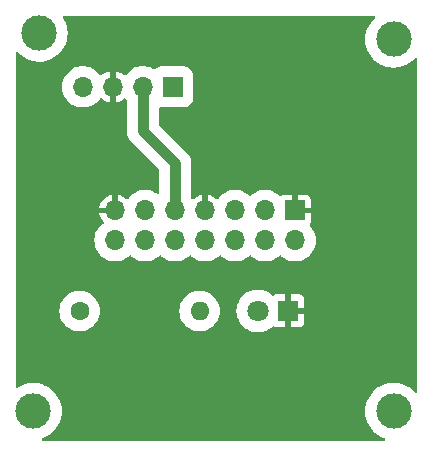
<source format=gbr>
%TF.GenerationSoftware,KiCad,Pcbnew,8.0.3*%
%TF.CreationDate,2024-11-25T08:52:28-03:00*%
%TF.ProjectId,v2pcb_embarcados,76327063-625f-4656-9d62-61726361646f,rev?*%
%TF.SameCoordinates,Original*%
%TF.FileFunction,Copper,L1,Top*%
%TF.FilePolarity,Positive*%
%FSLAX46Y46*%
G04 Gerber Fmt 4.6, Leading zero omitted, Abs format (unit mm)*
G04 Created by KiCad (PCBNEW 8.0.3) date 2024-11-25 08:52:28*
%MOMM*%
%LPD*%
G01*
G04 APERTURE LIST*
%TA.AperFunction,ComponentPad*%
%ADD10C,1.600000*%
%TD*%
%TA.AperFunction,ComponentPad*%
%ADD11O,1.600000X1.600000*%
%TD*%
%TA.AperFunction,ComponentPad*%
%ADD12R,1.700000X1.700000*%
%TD*%
%TA.AperFunction,ComponentPad*%
%ADD13O,1.700000X1.700000*%
%TD*%
%TA.AperFunction,ComponentPad*%
%ADD14R,1.800000X1.800000*%
%TD*%
%TA.AperFunction,ComponentPad*%
%ADD15C,1.800000*%
%TD*%
%TA.AperFunction,ViaPad*%
%ADD16C,3.000000*%
%TD*%
%TA.AperFunction,Conductor*%
%ADD17C,0.900000*%
%TD*%
G04 APERTURE END LIST*
D10*
%TO.P,R1,1*%
%TO.N,+5V*%
X80920000Y-116500000D03*
D11*
%TO.P,R1,2*%
%TO.N,Net-(D1-A)*%
X91080000Y-116500000D03*
%TD*%
D12*
%TO.P,J1,1,Pin_1*%
%TO.N,GP16*%
X88800000Y-97525000D03*
D13*
%TO.P,J1,2,Pin_2*%
%TO.N,GP17*%
X86260000Y-97525000D03*
%TO.P,J1,3,Pin_3*%
%TO.N,GND*%
X83720000Y-97525000D03*
%TO.P,J1,4,Pin_4*%
%TO.N,+5V*%
X81180000Y-97525000D03*
%TD*%
D12*
%TO.P,J2,1,Pin_1*%
%TO.N,GND*%
X99160000Y-108000000D03*
D13*
%TO.P,J2,2,Pin_2*%
%TO.N,+5V*%
X99160000Y-110540000D03*
%TO.P,J2,3,Pin_3*%
%TO.N,+3.3V*%
X96620000Y-108000000D03*
%TO.P,J2,4,Pin_4*%
%TO.N,GP10*%
X96620000Y-110540000D03*
%TO.P,J2,5,Pin_5*%
%TO.N,GP28*%
X94080000Y-108000000D03*
%TO.P,J2,6,Pin_6*%
%TO.N,GP09*%
X94080000Y-110540000D03*
%TO.P,J2,7,Pin_7*%
%TO.N,GND*%
X91540000Y-108000000D03*
%TO.P,J2,8,Pin_8*%
%TO.N,GP04*%
X91540000Y-110540000D03*
%TO.P,J2,9,Pin_9*%
%TO.N,GP17*%
X89000000Y-108000000D03*
%TO.P,J2,10,Pin_10*%
%TO.N,GP20*%
X89000000Y-110540000D03*
%TO.P,J2,11,Pin_11*%
%TO.N,GP16*%
X86460000Y-108000000D03*
%TO.P,J2,12,Pin_12*%
%TO.N,GP19*%
X86460000Y-110540000D03*
%TO.P,J2,13,Pin_13*%
%TO.N,GND*%
X83920000Y-108000000D03*
%TO.P,J2,14,Pin_14*%
%TO.N,GP18*%
X83920000Y-110540000D03*
%TD*%
D14*
%TO.P,D1,1,K*%
%TO.N,GND*%
X98540000Y-116500000D03*
D15*
%TO.P,D1,2,A*%
%TO.N,Net-(D1-A)*%
X96000000Y-116500000D03*
%TD*%
D16*
%TO.N,*%
X107500000Y-125000000D03*
X107500000Y-93500000D03*
X77500000Y-93000000D03*
X77000000Y-125000000D03*
%TD*%
D17*
%TO.N,GP17*%
X86260000Y-97525000D02*
X86260000Y-101260000D01*
X86260000Y-101260000D02*
X89000000Y-104000000D01*
X89000000Y-104000000D02*
X89000000Y-108000000D01*
%TD*%
%TA.AperFunction,Conductor*%
%TO.N,GND*%
G36*
X105876404Y-91520185D02*
G01*
X105922159Y-91572989D01*
X105932103Y-91642147D01*
X105903078Y-91705703D01*
X105894249Y-91714892D01*
X105746652Y-91853494D01*
X105554111Y-92086236D01*
X105392268Y-92341261D01*
X105392265Y-92341267D01*
X105263661Y-92614563D01*
X105263659Y-92614568D01*
X105170320Y-92901835D01*
X105113719Y-93198546D01*
X105113718Y-93198553D01*
X105094754Y-93499994D01*
X105094754Y-93500005D01*
X105113718Y-93801446D01*
X105113719Y-93801453D01*
X105170320Y-94098164D01*
X105263659Y-94385431D01*
X105263661Y-94385436D01*
X105392265Y-94658732D01*
X105392268Y-94658738D01*
X105554111Y-94913763D01*
X105554114Y-94913767D01*
X105554115Y-94913768D01*
X105720043Y-95114341D01*
X105746652Y-95146505D01*
X105966836Y-95353272D01*
X105966846Y-95353280D01*
X106211193Y-95530808D01*
X106211198Y-95530810D01*
X106211205Y-95530816D01*
X106475896Y-95676332D01*
X106475901Y-95676334D01*
X106475903Y-95676335D01*
X106475904Y-95676336D01*
X106756734Y-95787524D01*
X106756737Y-95787525D01*
X106854259Y-95812564D01*
X107049302Y-95862642D01*
X107196039Y-95881179D01*
X107348963Y-95900499D01*
X107348969Y-95900499D01*
X107348973Y-95900500D01*
X107348975Y-95900500D01*
X107651025Y-95900500D01*
X107651027Y-95900500D01*
X107651032Y-95900499D01*
X107651036Y-95900499D01*
X107730591Y-95890448D01*
X107950698Y-95862642D01*
X108243262Y-95787525D01*
X108243265Y-95787524D01*
X108524095Y-95676336D01*
X108524096Y-95676335D01*
X108524094Y-95676335D01*
X108524104Y-95676332D01*
X108788795Y-95530816D01*
X109033162Y-95353274D01*
X109253349Y-95146504D01*
X109279957Y-95114340D01*
X109337856Y-95075234D01*
X109407708Y-95073638D01*
X109467333Y-95110059D01*
X109497803Y-95172935D01*
X109499500Y-95193382D01*
X109499500Y-123306617D01*
X109479815Y-123373656D01*
X109427011Y-123419411D01*
X109357853Y-123429355D01*
X109294297Y-123400330D01*
X109279957Y-123385659D01*
X109253348Y-123353495D01*
X109033163Y-123146727D01*
X109033153Y-123146719D01*
X108788806Y-122969191D01*
X108788799Y-122969186D01*
X108788795Y-122969184D01*
X108524104Y-122823668D01*
X108524101Y-122823666D01*
X108524096Y-122823664D01*
X108524095Y-122823663D01*
X108243265Y-122712475D01*
X108243262Y-122712474D01*
X107950695Y-122637357D01*
X107651036Y-122599500D01*
X107651027Y-122599500D01*
X107348973Y-122599500D01*
X107348963Y-122599500D01*
X107049304Y-122637357D01*
X106756737Y-122712474D01*
X106756734Y-122712475D01*
X106475904Y-122823663D01*
X106475903Y-122823664D01*
X106211205Y-122969184D01*
X106211193Y-122969191D01*
X105966846Y-123146719D01*
X105966836Y-123146727D01*
X105746652Y-123353494D01*
X105554111Y-123586236D01*
X105392268Y-123841261D01*
X105392265Y-123841267D01*
X105263661Y-124114563D01*
X105263659Y-124114568D01*
X105170320Y-124401835D01*
X105113719Y-124698546D01*
X105113718Y-124698553D01*
X105094754Y-124999994D01*
X105094754Y-125000005D01*
X105113718Y-125301446D01*
X105113719Y-125301453D01*
X105170320Y-125598164D01*
X105263659Y-125885431D01*
X105263661Y-125885436D01*
X105392265Y-126158732D01*
X105392268Y-126158738D01*
X105554111Y-126413763D01*
X105554114Y-126413767D01*
X105554115Y-126413768D01*
X105720043Y-126614341D01*
X105746652Y-126646505D01*
X105966836Y-126853272D01*
X105966846Y-126853280D01*
X106211193Y-127030808D01*
X106211198Y-127030810D01*
X106211205Y-127030816D01*
X106475896Y-127176332D01*
X106475901Y-127176334D01*
X106475903Y-127176335D01*
X106475904Y-127176336D01*
X106687741Y-127260208D01*
X106742827Y-127303189D01*
X106765930Y-127369128D01*
X106749717Y-127437091D01*
X106699333Y-127485498D01*
X106642094Y-127499500D01*
X77857906Y-127499500D01*
X77790867Y-127479815D01*
X77745112Y-127427011D01*
X77735168Y-127357853D01*
X77764193Y-127294297D01*
X77812259Y-127260208D01*
X78024095Y-127176336D01*
X78024096Y-127176335D01*
X78024094Y-127176335D01*
X78024104Y-127176332D01*
X78288795Y-127030816D01*
X78533162Y-126853274D01*
X78753349Y-126646504D01*
X78945885Y-126413768D01*
X79107733Y-126158736D01*
X79236341Y-125885430D01*
X79329681Y-125598160D01*
X79386280Y-125301457D01*
X79405246Y-125000000D01*
X79386280Y-124698543D01*
X79329681Y-124401840D01*
X79236341Y-124114570D01*
X79107733Y-123841264D01*
X79079828Y-123797293D01*
X78945888Y-123586236D01*
X78816105Y-123429355D01*
X78753349Y-123353496D01*
X78533162Y-123146726D01*
X78533159Y-123146724D01*
X78533153Y-123146719D01*
X78288806Y-122969191D01*
X78288799Y-122969186D01*
X78288795Y-122969184D01*
X78024104Y-122823668D01*
X78024101Y-122823666D01*
X78024096Y-122823664D01*
X78024095Y-122823663D01*
X77743265Y-122712475D01*
X77743262Y-122712474D01*
X77450695Y-122637357D01*
X77151036Y-122599500D01*
X77151027Y-122599500D01*
X76848973Y-122599500D01*
X76848963Y-122599500D01*
X76549304Y-122637357D01*
X76256737Y-122712474D01*
X76256734Y-122712475D01*
X75975904Y-122823663D01*
X75975903Y-122823664D01*
X75711205Y-122969184D01*
X75711200Y-122969187D01*
X75697382Y-122979226D01*
X75631575Y-123002703D01*
X75563521Y-122986875D01*
X75514828Y-122936768D01*
X75500500Y-122878905D01*
X75500500Y-116499995D01*
X79214732Y-116499995D01*
X79214732Y-116500004D01*
X79233777Y-116754154D01*
X79257956Y-116860090D01*
X79290492Y-117002637D01*
X79383607Y-117239888D01*
X79511041Y-117460612D01*
X79669950Y-117659877D01*
X79856783Y-117833232D01*
X80067366Y-117976805D01*
X80067371Y-117976807D01*
X80067372Y-117976808D01*
X80067373Y-117976809D01*
X80189328Y-118035538D01*
X80296992Y-118087387D01*
X80296993Y-118087387D01*
X80296996Y-118087389D01*
X80540542Y-118162513D01*
X80792565Y-118200500D01*
X81047435Y-118200500D01*
X81299458Y-118162513D01*
X81543004Y-118087389D01*
X81772634Y-117976805D01*
X81983217Y-117833232D01*
X82170050Y-117659877D01*
X82328959Y-117460612D01*
X82456393Y-117239888D01*
X82549508Y-117002637D01*
X82606222Y-116754157D01*
X82614384Y-116645232D01*
X82625268Y-116500004D01*
X82625268Y-116499995D01*
X89374732Y-116499995D01*
X89374732Y-116500004D01*
X89393777Y-116754154D01*
X89417956Y-116860090D01*
X89450492Y-117002637D01*
X89543607Y-117239888D01*
X89671041Y-117460612D01*
X89829950Y-117659877D01*
X90016783Y-117833232D01*
X90227366Y-117976805D01*
X90227371Y-117976807D01*
X90227372Y-117976808D01*
X90227373Y-117976809D01*
X90349328Y-118035538D01*
X90456992Y-118087387D01*
X90456993Y-118087387D01*
X90456996Y-118087389D01*
X90700542Y-118162513D01*
X90952565Y-118200500D01*
X91207435Y-118200500D01*
X91459458Y-118162513D01*
X91703004Y-118087389D01*
X91932634Y-117976805D01*
X92143217Y-117833232D01*
X92330050Y-117659877D01*
X92488959Y-117460612D01*
X92616393Y-117239888D01*
X92709508Y-117002637D01*
X92766222Y-116754157D01*
X92774384Y-116645232D01*
X92785268Y-116500004D01*
X92785268Y-116499995D01*
X94194451Y-116499995D01*
X94194451Y-116500004D01*
X94214616Y-116769101D01*
X94274664Y-117032188D01*
X94274666Y-117032195D01*
X94373257Y-117283398D01*
X94508185Y-117517102D01*
X94622044Y-117659876D01*
X94676442Y-117728089D01*
X94854818Y-117893596D01*
X94874259Y-117911635D01*
X95097226Y-118063651D01*
X95340359Y-118180738D01*
X95598228Y-118260280D01*
X95598229Y-118260280D01*
X95598232Y-118260281D01*
X95865063Y-118300499D01*
X95865068Y-118300499D01*
X95865071Y-118300500D01*
X95865072Y-118300500D01*
X96134928Y-118300500D01*
X96134929Y-118300500D01*
X96134936Y-118300499D01*
X96401767Y-118260281D01*
X96401768Y-118260280D01*
X96401772Y-118260280D01*
X96659641Y-118180738D01*
X96902775Y-118063651D01*
X97125741Y-117911635D01*
X97212171Y-117831439D01*
X97274700Y-117800272D01*
X97344157Y-117807859D01*
X97370822Y-117823073D01*
X97397910Y-117843351D01*
X97397911Y-117843352D01*
X97532623Y-117893597D01*
X97532627Y-117893598D01*
X97592155Y-117899999D01*
X97592172Y-117900000D01*
X98290000Y-117900000D01*
X98290000Y-116875277D01*
X98366306Y-116919333D01*
X98480756Y-116950000D01*
X98599244Y-116950000D01*
X98713694Y-116919333D01*
X98790000Y-116875277D01*
X98790000Y-117900000D01*
X99487828Y-117900000D01*
X99487844Y-117899999D01*
X99547372Y-117893598D01*
X99547379Y-117893596D01*
X99682086Y-117843354D01*
X99682093Y-117843350D01*
X99797187Y-117757190D01*
X99797190Y-117757187D01*
X99883350Y-117642093D01*
X99883354Y-117642086D01*
X99933596Y-117507379D01*
X99933598Y-117507372D01*
X99939999Y-117447844D01*
X99940000Y-117447827D01*
X99940000Y-116750000D01*
X98915278Y-116750000D01*
X98959333Y-116673694D01*
X98990000Y-116559244D01*
X98990000Y-116440756D01*
X98959333Y-116326306D01*
X98915278Y-116250000D01*
X99940000Y-116250000D01*
X99940000Y-115552172D01*
X99939999Y-115552155D01*
X99933598Y-115492627D01*
X99933596Y-115492620D01*
X99883354Y-115357913D01*
X99883350Y-115357906D01*
X99797190Y-115242812D01*
X99797187Y-115242809D01*
X99682093Y-115156649D01*
X99682086Y-115156645D01*
X99547379Y-115106403D01*
X99547372Y-115106401D01*
X99487844Y-115100000D01*
X98790000Y-115100000D01*
X98790000Y-116124722D01*
X98713694Y-116080667D01*
X98599244Y-116050000D01*
X98480756Y-116050000D01*
X98366306Y-116080667D01*
X98290000Y-116124722D01*
X98290000Y-115100000D01*
X97592155Y-115100000D01*
X97532627Y-115106401D01*
X97532620Y-115106403D01*
X97397913Y-115156645D01*
X97397908Y-115156648D01*
X97370817Y-115176928D01*
X97305353Y-115201343D01*
X97237080Y-115186490D01*
X97212170Y-115168559D01*
X97125741Y-115088365D01*
X96902775Y-114936349D01*
X96902769Y-114936346D01*
X96902768Y-114936345D01*
X96902767Y-114936344D01*
X96659643Y-114819263D01*
X96659645Y-114819263D01*
X96401773Y-114739720D01*
X96401767Y-114739718D01*
X96134936Y-114699500D01*
X96134929Y-114699500D01*
X95865071Y-114699500D01*
X95865063Y-114699500D01*
X95598232Y-114739718D01*
X95598226Y-114739720D01*
X95340358Y-114819262D01*
X95097230Y-114936346D01*
X94874258Y-115088365D01*
X94676442Y-115271910D01*
X94508185Y-115482898D01*
X94373258Y-115716599D01*
X94373256Y-115716603D01*
X94274666Y-115967804D01*
X94274664Y-115967811D01*
X94214616Y-116230898D01*
X94194451Y-116499995D01*
X92785268Y-116499995D01*
X92771663Y-116318459D01*
X92766222Y-116245843D01*
X92709508Y-115997363D01*
X92616393Y-115760112D01*
X92488959Y-115539388D01*
X92330050Y-115340123D01*
X92143217Y-115166768D01*
X91932634Y-115023195D01*
X91932630Y-115023193D01*
X91932627Y-115023191D01*
X91932626Y-115023190D01*
X91703006Y-114912612D01*
X91703008Y-114912612D01*
X91459466Y-114837489D01*
X91459462Y-114837488D01*
X91459458Y-114837487D01*
X91338231Y-114819214D01*
X91207440Y-114799500D01*
X91207435Y-114799500D01*
X90952565Y-114799500D01*
X90952559Y-114799500D01*
X90795609Y-114823157D01*
X90700542Y-114837487D01*
X90700539Y-114837488D01*
X90700533Y-114837489D01*
X90456992Y-114912612D01*
X90227373Y-115023190D01*
X90227372Y-115023191D01*
X90016782Y-115166768D01*
X89829952Y-115340121D01*
X89829950Y-115340123D01*
X89671041Y-115539388D01*
X89543608Y-115760109D01*
X89450492Y-115997362D01*
X89450490Y-115997369D01*
X89393777Y-116245845D01*
X89374732Y-116499995D01*
X82625268Y-116499995D01*
X82611663Y-116318459D01*
X82606222Y-116245843D01*
X82549508Y-115997363D01*
X82456393Y-115760112D01*
X82328959Y-115539388D01*
X82170050Y-115340123D01*
X81983217Y-115166768D01*
X81772634Y-115023195D01*
X81772630Y-115023193D01*
X81772627Y-115023191D01*
X81772626Y-115023190D01*
X81543006Y-114912612D01*
X81543008Y-114912612D01*
X81299466Y-114837489D01*
X81299462Y-114837488D01*
X81299458Y-114837487D01*
X81178231Y-114819214D01*
X81047440Y-114799500D01*
X81047435Y-114799500D01*
X80792565Y-114799500D01*
X80792559Y-114799500D01*
X80635609Y-114823157D01*
X80540542Y-114837487D01*
X80540539Y-114837488D01*
X80540533Y-114837489D01*
X80296992Y-114912612D01*
X80067373Y-115023190D01*
X80067372Y-115023191D01*
X79856782Y-115166768D01*
X79669952Y-115340121D01*
X79669950Y-115340123D01*
X79511041Y-115539388D01*
X79383608Y-115760109D01*
X79290492Y-115997362D01*
X79290490Y-115997369D01*
X79233777Y-116245845D01*
X79214732Y-116499995D01*
X75500500Y-116499995D01*
X75500500Y-97524995D01*
X79424592Y-97524995D01*
X79424592Y-97525004D01*
X79444196Y-97786620D01*
X79444197Y-97786625D01*
X79502576Y-98042402D01*
X79502578Y-98042411D01*
X79502580Y-98042416D01*
X79598432Y-98286643D01*
X79729614Y-98513857D01*
X79829500Y-98639110D01*
X79893198Y-98718985D01*
X80040471Y-98855633D01*
X80085521Y-98897433D01*
X80302296Y-99045228D01*
X80302301Y-99045230D01*
X80302302Y-99045231D01*
X80302303Y-99045232D01*
X80427843Y-99105688D01*
X80538673Y-99159061D01*
X80538674Y-99159061D01*
X80538677Y-99159063D01*
X80789385Y-99236396D01*
X81048818Y-99275500D01*
X81311182Y-99275500D01*
X81570615Y-99236396D01*
X81821323Y-99159063D01*
X82057704Y-99045228D01*
X82274479Y-98897433D01*
X82466805Y-98718981D01*
X82618979Y-98528160D01*
X82676165Y-98488021D01*
X82745976Y-98485171D01*
X82803605Y-98517793D01*
X82848917Y-98563105D01*
X83042421Y-98698600D01*
X83256507Y-98798429D01*
X83256516Y-98798433D01*
X83470000Y-98855634D01*
X83470000Y-97958012D01*
X83527007Y-97990925D01*
X83654174Y-98025000D01*
X83785826Y-98025000D01*
X83912993Y-97990925D01*
X83970000Y-97958012D01*
X83970000Y-98855633D01*
X84183483Y-98798433D01*
X84183492Y-98798429D01*
X84397578Y-98698600D01*
X84591078Y-98563109D01*
X84636393Y-98517794D01*
X84697716Y-98484308D01*
X84767407Y-98489292D01*
X84821022Y-98528162D01*
X84882447Y-98605187D01*
X84908856Y-98669873D01*
X84909500Y-98682499D01*
X84909500Y-101366286D01*
X84942753Y-101576239D01*
X85008444Y-101778414D01*
X85104951Y-101967820D01*
X85229889Y-102139784D01*
X85229893Y-102139788D01*
X85229896Y-102139792D01*
X85380208Y-102290104D01*
X85384538Y-102294434D01*
X85384549Y-102294444D01*
X87613181Y-104523076D01*
X87646666Y-104584399D01*
X87649500Y-104610757D01*
X87649500Y-106457731D01*
X87629815Y-106524770D01*
X87577011Y-106570525D01*
X87507853Y-106580469D01*
X87455649Y-106560185D01*
X87337704Y-106479772D01*
X87337696Y-106479767D01*
X87101325Y-106365938D01*
X87101327Y-106365938D01*
X86850623Y-106288606D01*
X86850619Y-106288605D01*
X86850615Y-106288604D01*
X86725823Y-106269794D01*
X86591187Y-106249500D01*
X86591182Y-106249500D01*
X86328818Y-106249500D01*
X86328812Y-106249500D01*
X86167247Y-106273853D01*
X86069385Y-106288604D01*
X86069382Y-106288605D01*
X86069376Y-106288606D01*
X85818673Y-106365938D01*
X85582303Y-106479767D01*
X85582302Y-106479768D01*
X85365520Y-106627567D01*
X85173198Y-106806014D01*
X85091937Y-106907913D01*
X85021024Y-106996836D01*
X85021022Y-106996838D01*
X84963833Y-107036978D01*
X84894022Y-107039828D01*
X84836394Y-107007206D01*
X84791082Y-106961894D01*
X84597578Y-106826399D01*
X84383492Y-106726570D01*
X84383486Y-106726567D01*
X84170000Y-106669364D01*
X84170000Y-107566988D01*
X84112993Y-107534075D01*
X83985826Y-107500000D01*
X83854174Y-107500000D01*
X83727007Y-107534075D01*
X83670000Y-107566988D01*
X83670000Y-106669364D01*
X83669999Y-106669364D01*
X83456513Y-106726567D01*
X83456507Y-106726570D01*
X83242422Y-106826399D01*
X83242420Y-106826400D01*
X83048926Y-106961886D01*
X83048920Y-106961891D01*
X82881891Y-107128920D01*
X82881886Y-107128926D01*
X82746400Y-107322420D01*
X82746399Y-107322422D01*
X82646570Y-107536507D01*
X82646567Y-107536513D01*
X82589364Y-107749999D01*
X82589364Y-107750000D01*
X83486988Y-107750000D01*
X83454075Y-107807007D01*
X83420000Y-107934174D01*
X83420000Y-108065826D01*
X83454075Y-108192993D01*
X83486988Y-108250000D01*
X82589364Y-108250000D01*
X82646567Y-108463486D01*
X82646570Y-108463492D01*
X82746399Y-108677578D01*
X82881894Y-108871082D01*
X82929504Y-108918692D01*
X82962989Y-108980015D01*
X82958005Y-109049707D01*
X82916133Y-109105640D01*
X82911676Y-109108826D01*
X82825525Y-109167563D01*
X82825524Y-109167564D01*
X82633198Y-109346014D01*
X82469614Y-109551143D01*
X82338432Y-109778356D01*
X82242582Y-110022578D01*
X82242576Y-110022597D01*
X82184197Y-110278374D01*
X82184196Y-110278379D01*
X82164592Y-110539995D01*
X82164592Y-110540004D01*
X82184196Y-110801620D01*
X82184197Y-110801625D01*
X82242576Y-111057402D01*
X82242578Y-111057411D01*
X82242580Y-111057416D01*
X82338432Y-111301643D01*
X82469614Y-111528857D01*
X82601736Y-111694533D01*
X82633198Y-111733985D01*
X82734340Y-111827830D01*
X82825521Y-111912433D01*
X83042296Y-112060228D01*
X83042301Y-112060230D01*
X83042302Y-112060231D01*
X83042303Y-112060232D01*
X83167843Y-112120688D01*
X83278673Y-112174061D01*
X83278674Y-112174061D01*
X83278677Y-112174063D01*
X83529385Y-112251396D01*
X83788818Y-112290500D01*
X84051182Y-112290500D01*
X84310615Y-112251396D01*
X84561323Y-112174063D01*
X84797704Y-112060228D01*
X85014479Y-111912433D01*
X85105660Y-111827828D01*
X85168190Y-111796661D01*
X85237647Y-111804248D01*
X85274338Y-111827827D01*
X85365521Y-111912433D01*
X85582296Y-112060228D01*
X85582301Y-112060230D01*
X85582302Y-112060231D01*
X85582303Y-112060232D01*
X85707843Y-112120688D01*
X85818673Y-112174061D01*
X85818674Y-112174061D01*
X85818677Y-112174063D01*
X86069385Y-112251396D01*
X86328818Y-112290500D01*
X86591182Y-112290500D01*
X86850615Y-112251396D01*
X87101323Y-112174063D01*
X87337704Y-112060228D01*
X87554479Y-111912433D01*
X87645660Y-111827828D01*
X87708190Y-111796661D01*
X87777647Y-111804248D01*
X87814338Y-111827827D01*
X87905521Y-111912433D01*
X88122296Y-112060228D01*
X88122301Y-112060230D01*
X88122302Y-112060231D01*
X88122303Y-112060232D01*
X88247843Y-112120688D01*
X88358673Y-112174061D01*
X88358674Y-112174061D01*
X88358677Y-112174063D01*
X88609385Y-112251396D01*
X88868818Y-112290500D01*
X89131182Y-112290500D01*
X89390615Y-112251396D01*
X89641323Y-112174063D01*
X89877704Y-112060228D01*
X90094479Y-111912433D01*
X90185660Y-111827828D01*
X90248190Y-111796661D01*
X90317647Y-111804248D01*
X90354338Y-111827827D01*
X90445521Y-111912433D01*
X90662296Y-112060228D01*
X90662301Y-112060230D01*
X90662302Y-112060231D01*
X90662303Y-112060232D01*
X90787843Y-112120688D01*
X90898673Y-112174061D01*
X90898674Y-112174061D01*
X90898677Y-112174063D01*
X91149385Y-112251396D01*
X91408818Y-112290500D01*
X91671182Y-112290500D01*
X91930615Y-112251396D01*
X92181323Y-112174063D01*
X92417704Y-112060228D01*
X92634479Y-111912433D01*
X92725660Y-111827828D01*
X92788190Y-111796661D01*
X92857647Y-111804248D01*
X92894338Y-111827827D01*
X92985521Y-111912433D01*
X93202296Y-112060228D01*
X93202301Y-112060230D01*
X93202302Y-112060231D01*
X93202303Y-112060232D01*
X93327843Y-112120688D01*
X93438673Y-112174061D01*
X93438674Y-112174061D01*
X93438677Y-112174063D01*
X93689385Y-112251396D01*
X93948818Y-112290500D01*
X94211182Y-112290500D01*
X94470615Y-112251396D01*
X94721323Y-112174063D01*
X94957704Y-112060228D01*
X95174479Y-111912433D01*
X95265660Y-111827828D01*
X95328190Y-111796661D01*
X95397647Y-111804248D01*
X95434338Y-111827827D01*
X95525521Y-111912433D01*
X95742296Y-112060228D01*
X95742301Y-112060230D01*
X95742302Y-112060231D01*
X95742303Y-112060232D01*
X95867843Y-112120688D01*
X95978673Y-112174061D01*
X95978674Y-112174061D01*
X95978677Y-112174063D01*
X96229385Y-112251396D01*
X96488818Y-112290500D01*
X96751182Y-112290500D01*
X97010615Y-112251396D01*
X97261323Y-112174063D01*
X97497704Y-112060228D01*
X97714479Y-111912433D01*
X97805660Y-111827828D01*
X97868190Y-111796661D01*
X97937647Y-111804248D01*
X97974338Y-111827827D01*
X98065521Y-111912433D01*
X98282296Y-112060228D01*
X98282301Y-112060230D01*
X98282302Y-112060231D01*
X98282303Y-112060232D01*
X98407843Y-112120688D01*
X98518673Y-112174061D01*
X98518674Y-112174061D01*
X98518677Y-112174063D01*
X98769385Y-112251396D01*
X99028818Y-112290500D01*
X99291182Y-112290500D01*
X99550615Y-112251396D01*
X99801323Y-112174063D01*
X100037704Y-112060228D01*
X100254479Y-111912433D01*
X100446805Y-111733981D01*
X100610386Y-111528857D01*
X100741568Y-111301643D01*
X100837420Y-111057416D01*
X100895802Y-110801630D01*
X100915408Y-110540000D01*
X100895802Y-110278370D01*
X100837420Y-110022584D01*
X100741568Y-109778357D01*
X100610386Y-109551143D01*
X100446805Y-109346019D01*
X100446804Y-109346018D01*
X100446801Y-109346014D01*
X100420284Y-109321411D01*
X100384529Y-109261383D01*
X100386904Y-109191554D01*
X100405359Y-109156200D01*
X100453352Y-109092089D01*
X100453354Y-109092086D01*
X100503596Y-108957379D01*
X100503598Y-108957372D01*
X100509999Y-108897844D01*
X100510000Y-108897827D01*
X100510000Y-108250000D01*
X99593012Y-108250000D01*
X99625925Y-108192993D01*
X99660000Y-108065826D01*
X99660000Y-107934174D01*
X99625925Y-107807007D01*
X99593012Y-107750000D01*
X100510000Y-107750000D01*
X100510000Y-107102172D01*
X100509999Y-107102155D01*
X100503598Y-107042627D01*
X100503596Y-107042620D01*
X100453354Y-106907913D01*
X100453350Y-106907906D01*
X100367190Y-106792812D01*
X100367187Y-106792809D01*
X100252093Y-106706649D01*
X100252086Y-106706645D01*
X100117379Y-106656403D01*
X100117372Y-106656401D01*
X100057844Y-106650000D01*
X99410000Y-106650000D01*
X99410000Y-107566988D01*
X99352993Y-107534075D01*
X99225826Y-107500000D01*
X99094174Y-107500000D01*
X98967007Y-107534075D01*
X98910000Y-107566988D01*
X98910000Y-106650000D01*
X98262155Y-106650000D01*
X98202627Y-106656401D01*
X98202620Y-106656403D01*
X98067913Y-106706645D01*
X98067906Y-106706649D01*
X98002285Y-106755773D01*
X97936821Y-106780190D01*
X97868548Y-106765338D01*
X97843634Y-106747405D01*
X97714479Y-106627567D01*
X97645399Y-106580469D01*
X97497704Y-106479772D01*
X97497700Y-106479770D01*
X97497697Y-106479768D01*
X97497696Y-106479767D01*
X97261325Y-106365938D01*
X97261327Y-106365938D01*
X97010623Y-106288606D01*
X97010619Y-106288605D01*
X97010615Y-106288604D01*
X96885823Y-106269794D01*
X96751187Y-106249500D01*
X96751182Y-106249500D01*
X96488818Y-106249500D01*
X96488812Y-106249500D01*
X96327247Y-106273853D01*
X96229385Y-106288604D01*
X96229382Y-106288605D01*
X96229376Y-106288606D01*
X95978673Y-106365938D01*
X95742303Y-106479767D01*
X95742302Y-106479768D01*
X95525520Y-106627567D01*
X95434341Y-106712169D01*
X95371808Y-106743337D01*
X95302352Y-106735750D01*
X95265659Y-106712169D01*
X95174479Y-106627567D01*
X95105399Y-106580469D01*
X94957704Y-106479772D01*
X94957700Y-106479770D01*
X94957697Y-106479768D01*
X94957696Y-106479767D01*
X94721325Y-106365938D01*
X94721327Y-106365938D01*
X94470623Y-106288606D01*
X94470619Y-106288605D01*
X94470615Y-106288604D01*
X94345823Y-106269794D01*
X94211187Y-106249500D01*
X94211182Y-106249500D01*
X93948818Y-106249500D01*
X93948812Y-106249500D01*
X93787247Y-106273853D01*
X93689385Y-106288604D01*
X93689382Y-106288605D01*
X93689376Y-106288606D01*
X93438673Y-106365938D01*
X93202303Y-106479767D01*
X93202302Y-106479768D01*
X92985520Y-106627567D01*
X92793198Y-106806014D01*
X92711937Y-106907913D01*
X92641024Y-106996836D01*
X92641022Y-106996838D01*
X92583833Y-107036978D01*
X92514022Y-107039828D01*
X92456394Y-107007206D01*
X92411082Y-106961894D01*
X92217578Y-106826399D01*
X92003492Y-106726570D01*
X92003486Y-106726567D01*
X91790000Y-106669364D01*
X91790000Y-107566988D01*
X91732993Y-107534075D01*
X91605826Y-107500000D01*
X91474174Y-107500000D01*
X91347007Y-107534075D01*
X91290000Y-107566988D01*
X91290000Y-106669364D01*
X91289999Y-106669364D01*
X91076513Y-106726567D01*
X91076507Y-106726570D01*
X90862422Y-106826399D01*
X90862420Y-106826400D01*
X90668919Y-106961891D01*
X90623604Y-107007206D01*
X90562281Y-107040690D01*
X90492589Y-107035705D01*
X90438977Y-106996836D01*
X90377553Y-106919812D01*
X90351144Y-106855125D01*
X90350500Y-106842500D01*
X90350500Y-103893713D01*
X90317246Y-103683760D01*
X90317246Y-103683757D01*
X90251557Y-103481588D01*
X90155051Y-103292184D01*
X90155049Y-103292181D01*
X90155048Y-103292179D01*
X90030109Y-103120213D01*
X87646819Y-100736923D01*
X87613334Y-100675600D01*
X87610500Y-100649242D01*
X87610500Y-99377896D01*
X87630185Y-99310857D01*
X87682989Y-99265102D01*
X87752147Y-99255158D01*
X87766585Y-99258120D01*
X87808355Y-99269312D01*
X87886979Y-99275500D01*
X89713020Y-99275499D01*
X89791645Y-99269312D01*
X89974488Y-99220320D01*
X90103008Y-99154835D01*
X90143146Y-99134385D01*
X90143147Y-99134383D01*
X90143149Y-99134383D01*
X90290257Y-99015257D01*
X90409383Y-98868149D01*
X90415761Y-98855633D01*
X90444907Y-98798429D01*
X90495320Y-98699488D01*
X90544312Y-98516645D01*
X90550500Y-98438021D01*
X90550499Y-96611980D01*
X90544312Y-96533355D01*
X90495320Y-96350512D01*
X90444905Y-96251567D01*
X90409385Y-96181853D01*
X90335816Y-96091004D01*
X90290257Y-96034743D01*
X90203958Y-95964859D01*
X90143146Y-95915614D01*
X90017868Y-95851783D01*
X89974488Y-95829680D01*
X89907562Y-95811747D01*
X89791643Y-95780687D01*
X89719736Y-95775028D01*
X89713021Y-95774500D01*
X89713020Y-95774500D01*
X87886989Y-95774500D01*
X87886970Y-95774501D01*
X87808356Y-95780687D01*
X87625512Y-95829680D01*
X87456853Y-95915614D01*
X87322878Y-96024106D01*
X87258390Y-96050998D01*
X87189601Y-96038756D01*
X87174991Y-96030194D01*
X87137704Y-96004772D01*
X87137696Y-96004767D01*
X86901325Y-95890938D01*
X86901327Y-95890938D01*
X86650623Y-95813606D01*
X86650619Y-95813605D01*
X86650615Y-95813604D01*
X86525823Y-95794794D01*
X86391187Y-95774500D01*
X86391182Y-95774500D01*
X86128818Y-95774500D01*
X86128812Y-95774500D01*
X85967247Y-95798853D01*
X85869385Y-95813604D01*
X85869382Y-95813605D01*
X85869376Y-95813606D01*
X85618673Y-95890938D01*
X85382303Y-96004767D01*
X85382302Y-96004768D01*
X85165520Y-96152567D01*
X84973198Y-96331014D01*
X84821022Y-96521838D01*
X84763833Y-96561978D01*
X84694022Y-96564828D01*
X84636394Y-96532206D01*
X84591082Y-96486894D01*
X84397578Y-96351399D01*
X84183492Y-96251570D01*
X84183486Y-96251567D01*
X83970000Y-96194364D01*
X83970000Y-97091988D01*
X83912993Y-97059075D01*
X83785826Y-97025000D01*
X83654174Y-97025000D01*
X83527007Y-97059075D01*
X83470000Y-97091988D01*
X83470000Y-96194364D01*
X83469999Y-96194364D01*
X83256513Y-96251567D01*
X83256507Y-96251570D01*
X83042422Y-96351399D01*
X83042420Y-96351400D01*
X82848919Y-96486891D01*
X82803604Y-96532206D01*
X82742281Y-96565690D01*
X82672589Y-96560705D01*
X82618977Y-96521837D01*
X82483057Y-96351399D01*
X82466805Y-96331019D01*
X82466804Y-96331018D01*
X82466801Y-96331014D01*
X82274479Y-96152567D01*
X82057704Y-96004772D01*
X82057700Y-96004770D01*
X82057697Y-96004768D01*
X82057696Y-96004767D01*
X81821325Y-95890938D01*
X81821327Y-95890938D01*
X81570623Y-95813606D01*
X81570619Y-95813605D01*
X81570615Y-95813604D01*
X81445823Y-95794794D01*
X81311187Y-95774500D01*
X81311182Y-95774500D01*
X81048818Y-95774500D01*
X81048812Y-95774500D01*
X80887247Y-95798853D01*
X80789385Y-95813604D01*
X80789382Y-95813605D01*
X80789376Y-95813606D01*
X80538673Y-95890938D01*
X80302303Y-96004767D01*
X80302302Y-96004768D01*
X80085520Y-96152567D01*
X79893198Y-96331014D01*
X79729614Y-96536143D01*
X79598432Y-96763356D01*
X79502582Y-97007578D01*
X79502576Y-97007597D01*
X79444197Y-97263374D01*
X79444196Y-97263379D01*
X79424592Y-97524995D01*
X75500500Y-97524995D01*
X75500500Y-94693382D01*
X75520185Y-94626343D01*
X75572989Y-94580588D01*
X75642147Y-94570644D01*
X75705703Y-94599669D01*
X75720040Y-94614337D01*
X75746651Y-94646504D01*
X75746652Y-94646505D01*
X75966836Y-94853272D01*
X75966846Y-94853280D01*
X76211193Y-95030808D01*
X76211198Y-95030810D01*
X76211205Y-95030816D01*
X76475896Y-95176332D01*
X76475901Y-95176334D01*
X76475903Y-95176335D01*
X76475904Y-95176336D01*
X76756734Y-95287524D01*
X76756737Y-95287525D01*
X76854259Y-95312564D01*
X77049302Y-95362642D01*
X77196039Y-95381179D01*
X77348963Y-95400499D01*
X77348969Y-95400499D01*
X77348973Y-95400500D01*
X77348975Y-95400500D01*
X77651025Y-95400500D01*
X77651027Y-95400500D01*
X77651032Y-95400499D01*
X77651036Y-95400499D01*
X77730591Y-95390448D01*
X77950698Y-95362642D01*
X78243262Y-95287525D01*
X78243265Y-95287524D01*
X78524095Y-95176336D01*
X78524096Y-95176335D01*
X78524094Y-95176335D01*
X78524104Y-95176332D01*
X78788795Y-95030816D01*
X79033162Y-94853274D01*
X79253349Y-94646504D01*
X79445885Y-94413768D01*
X79607733Y-94158736D01*
X79736341Y-93885430D01*
X79829681Y-93598160D01*
X79886280Y-93301457D01*
X79905246Y-93000000D01*
X79899070Y-92901840D01*
X79886281Y-92698553D01*
X79886280Y-92698546D01*
X79886280Y-92698543D01*
X79829681Y-92401840D01*
X79736341Y-92114570D01*
X79607733Y-91841264D01*
X79527535Y-91714892D01*
X79512336Y-91690942D01*
X79493035Y-91623792D01*
X79513102Y-91556866D01*
X79566167Y-91511413D01*
X79617033Y-91500500D01*
X105809365Y-91500500D01*
X105876404Y-91520185D01*
G37*
%TD.AperFunction*%
%TD*%
M02*

</source>
